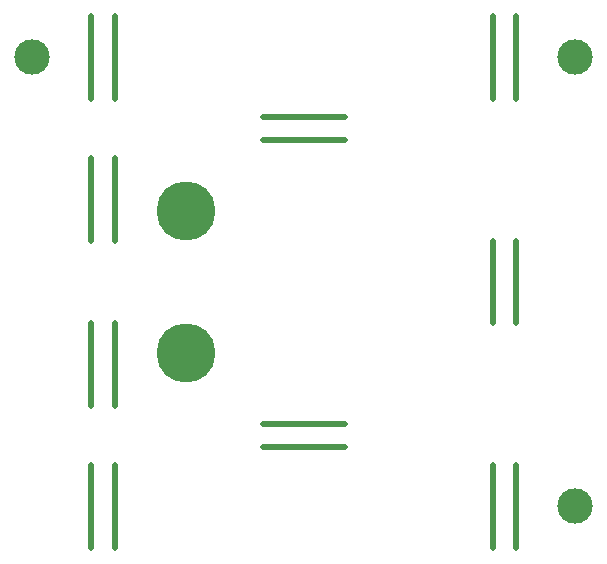
<source format=gbs>
%FSTAX24Y24*%
%MOMM*%
%ADD10C,5*%
%ADD11C,0.5*%
%ADD12C,3*%
%LPD*%
D10*
X18Y18D03*
Y3D03*
D11*
X245Y1D02*
G01*
X315D01*
X245Y12D02*
X315D01*
X245Y36D02*
X315D01*
X245Y38D02*
X315D01*
X1Y015D02*
Y085D01*
X12Y015D02*
Y085D01*
X1Y135D02*
Y205D01*
X12Y135D02*
Y205D01*
X1Y275D02*
Y345D01*
X12Y275D02*
Y345D01*
X1Y395D02*
Y465D01*
X12Y395D02*
Y465D01*
X44Y015D02*
Y085D01*
X46Y015D02*
Y085D01*
X44Y205D02*
Y275D01*
X46Y205D02*
Y275D01*
X44Y395D02*
Y465D01*
X46Y395D02*
Y465D01*
D12*
X05Y43D03*
X51Y05D03*
Y43D03*
M02*

</source>
